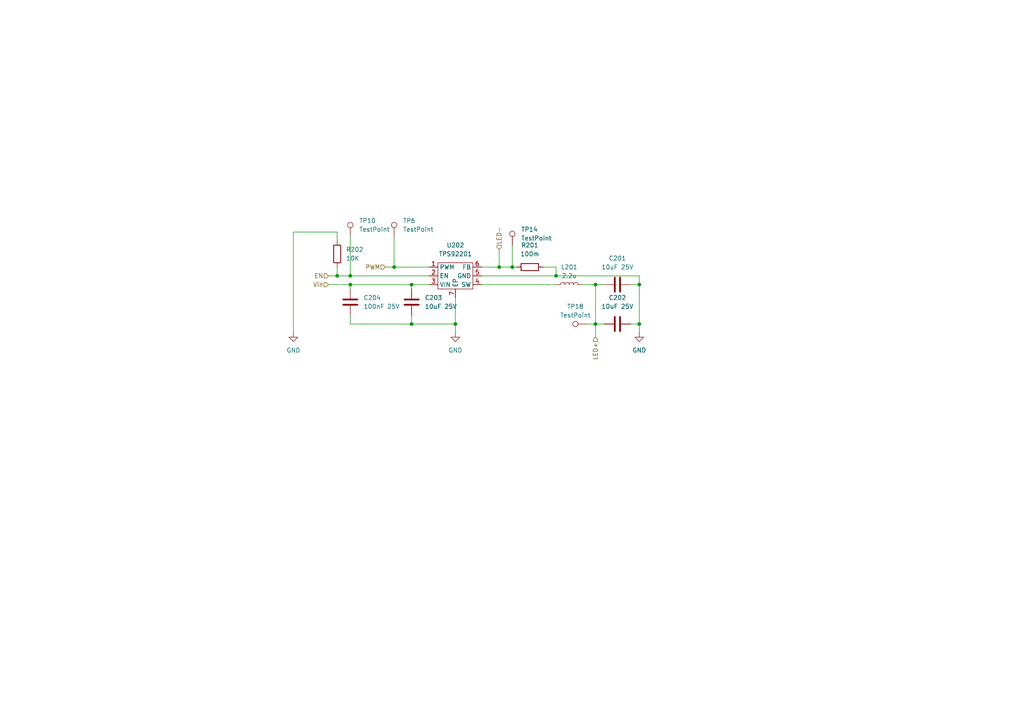
<source format=kicad_sch>
(kicad_sch (version 20250114) (generator "eeschema") (generator_version "9.0")
  (paper "A4")
  (lib_symbols
    (symbol "Connector:TestPoint" (pin_numbers (hide yes)) (pin_names (offset 0.762) (hide yes))
      (property "Reference" "TP" (at 0 6.858 0))
      (property "Value" "TestPoint" (at 0 5.08 0))
      (symbol "TestPoint_0_1"
        (circle (center 0 3.302) (radius 0.762))
      )
      (symbol "TestPoint_1_1"
        (pin passive line (at 0 0 90) (length 2.54) (name "1") (number "1"))
      )
    )
    (symbol "Device:C" (pin_numbers (hide yes)) (pin_names (offset 0.254))
      (property "Reference" "C" (at 0.635 2.54 0))
      (property "Value" "C" (at 0.635 -2.54 0))
      (symbol "C_0_1"
        (polyline (pts (xy -2.032 0.762) (xy 2.032 0.762)) (stroke (width 0.508)))
        (polyline (pts (xy -2.032 -0.762) (xy 2.032 -0.762)) (stroke (width 0.508)))
      )
      (symbol "C_1_1"
        (pin passive line (at 0 3.81 270) (length 2.794) (name "~") (number "1"))
        (pin passive line (at 0 -3.81 90) (length 2.794) (name "~") (number "2"))
      )
    )
    (symbol "Device:L" (pin_numbers (hide yes)) (pin_names (offset 1.016) (hide yes))
      (property "Reference" "L" (at -1.27 0 90))
      (property "Value" "L" (at 1.905 0 90))
      (symbol "L_0_1"
        (arc (start 0 2.54) (mid 0.6323 1.905) (end 0 1.27))
        (arc (start 0 1.27) (mid 0.6323 0.635) (end 0 0))
        (arc (start 0 0) (mid 0.6323 -0.635) (end 0 -1.27))
        (arc (start 0 -1.27) (mid 0.6323 -1.905) (end 0 -2.54))
      )
      (symbol "L_1_1"
        (pin passive line (at 0 3.81 270) (length 1.27) (name "1") (number "1"))
        (pin passive line (at 0 -3.81 90) (length 1.27) (name "2") (number "2"))
      )
    )
    (symbol "Device:R" (pin_numbers (hide yes)) (pin_names (offset 0))
      (property "Reference" "R" (at 2.032 0 90))
      (property "Value" "R" (at 0 0 90))
      (symbol "R_0_1"
        (rectangle (start -1.016 -2.54) (end 1.016 2.54) (stroke (width 0.254)))
      )
      (symbol "R_1_1"
        (pin passive line (at 0 3.81 270) (length 1.27) (name "~") (number "1"))
        (pin passive line (at 0 -3.81 90) (length 1.27) (name "~") (number "2"))
      )
    )
    (symbol "TPS92201_WSON_1"
      (property "Reference" "U" (at -0.254 5.588 0))
      (property "Value" "TPS92201" (at 0 0 0))
      (symbol "TPS92201_WSON_1_0_0"
        (pin input line (at -7.62 2.54 0) (length 2.54) (name "PWM") (number "1"))
        (pin input line (at -7.62 0 0) (length 2.54) (name "EN") (number "2"))
        (pin input line (at -7.62 -2.54 0) (length 2.54) (name "VIN") (number "3"))
        (pin power_in line (at 0 -6.35 90) (length 2.54) (name "EP") (number "7"))
        (pin input line (at 7.62 2.54 180) (length 2.54) (name "FB") (number "6"))
        (pin power_in line (at 7.62 0 180) (length 2.54) (name "GND") (number "5"))
        (pin output line (at 7.62 -2.54 180) (length 2.54) (name "SW") (number "4"))
      )
      (symbol "TPS92201_WSON_1_0_1"
        (rectangle (start -5.08 3.81) (end 5.08 -3.81))
      )
    )
    (symbol "power:GND" (power) (pin_numbers (hide yes)) (pin_names (offset 0) (hide yes))
      (property "Value" "GND" (at 0 -3.81 0))
      (symbol "GND_0_1"
        (polyline (pts (xy 0 0) (xy 0 -1.27) (xy 1.27 -1.27) (xy 0 -2.54) (xy -1.27 -1.27) (xy 0 -1.27)))
      )
      (symbol "GND_1_1"
        (pin power_in line (at 0 0 270) (length 0) (name "~") (number "1"))
      )
    )
  )
  (junction (at 185.42 93.98))
  (junction (at 132.08 93.98))
  (junction (at 101.6 80.01))
  (junction (at 144.78 77.47))
  (junction (at 97.79 80.01))
  (junction (at 172.72 93.98))
  (junction (at 119.38 82.55))
  (junction (at 161.29 80.01))
  (junction (at 185.42 82.55))
  (junction (at 148.59 77.47))
  (junction (at 119.38 93.98))
  (junction (at 101.6 82.55))
  (junction (at 172.72 82.55))
  (junction (at 114.3 77.47))
  (wire (pts (xy 101.6 68.58) (xy 101.6 80.01)))
  (wire (pts (xy 119.38 91.44) (xy 119.38 93.98)))
  (wire (pts (xy 101.6 82.55) (xy 119.38 82.55)))
  (wire (pts (xy 185.42 93.98) (xy 185.42 82.55)))
  (wire (pts (xy 185.42 80.01) (xy 185.42 82.55)))
  (wire (pts (xy 114.3 77.47) (xy 124.46 77.47)))
  (wire (pts (xy 168.91 82.55) (xy 172.72 82.55)))
  (wire (pts (xy 97.79 69.85) (xy 97.79 67.31)))
  (wire (pts (xy 97.79 80.01) (xy 101.6 80.01)))
  (wire (pts (xy 139.7 80.01) (xy 161.29 80.01)))
  (wire (pts (xy 148.59 77.47) (xy 149.86 77.47)))
  (wire (pts (xy 175.26 93.98) (xy 172.72 93.98)))
  (wire (pts (xy 119.38 82.55) (xy 124.46 82.55)))
  (wire (pts (xy 119.38 82.55) (xy 119.38 83.82)))
  (wire (pts (xy 172.72 82.55) (xy 175.26 82.55)))
  (wire (pts (xy 139.7 77.47) (xy 144.78 77.47)))
  (wire (pts (xy 114.3 68.58) (xy 114.3 77.47)))
  (wire (pts (xy 144.78 77.47) (xy 148.59 77.47)))
  (wire (pts (xy 170.18 93.98) (xy 172.72 93.98)))
  (wire (pts (xy 132.08 93.98) (xy 132.08 96.52)))
  (wire (pts (xy 182.88 93.98) (xy 185.42 93.98)))
  (wire (pts (xy 101.6 80.01) (xy 124.46 80.01)))
  (wire (pts (xy 97.79 77.47) (xy 97.79 80.01)))
  (wire (pts (xy 139.7 82.55) (xy 161.29 82.55)))
  (wire (pts (xy 161.29 77.47) (xy 161.29 80.01)))
  (wire (pts (xy 111.76 77.47) (xy 114.3 77.47)))
  (wire (pts (xy 101.6 93.98) (xy 119.38 93.98)))
  (wire (pts (xy 85.09 67.31) (xy 85.09 96.52)))
  (wire (pts (xy 132.08 86.36) (xy 132.08 93.98)))
  (wire (pts (xy 185.42 93.98) (xy 185.42 96.52)))
  (wire (pts (xy 119.38 93.98) (xy 132.08 93.98)))
  (wire (pts (xy 172.72 93.98) (xy 172.72 97.79)))
  (wire (pts (xy 144.78 72.39) (xy 144.78 77.47)))
  (wire (pts (xy 101.6 82.55) (xy 101.6 83.82)))
  (wire (pts (xy 157.48 77.47) (xy 161.29 77.47)))
  (wire (pts (xy 185.42 82.55) (xy 182.88 82.55)))
  (wire (pts (xy 101.6 91.44) (xy 101.6 93.98)))
  (wire (pts (xy 148.59 71.12) (xy 148.59 77.47)))
  (wire (pts (xy 172.72 93.98) (xy 172.72 82.55)))
  (wire (pts (xy 97.79 67.31) (xy 85.09 67.31)))
  (wire (pts (xy 161.29 80.01) (xy 185.42 80.01)))
  (wire (pts (xy 95.25 80.01) (xy 97.79 80.01)))
  (wire (pts (xy 95.25 82.55) (xy 101.6 82.55)))
  (hierarchical_label "Vin" (shape input) (at 95.25 82.55 180))
  (hierarchical_label "LED+" (shape input) (at 172.72 97.79 270))
  (hierarchical_label "EN" (shape input) (at 95.25 80.01 180))
  (hierarchical_label "PWM" (shape input) (at 111.76 77.47 180))
  (hierarchical_label "LED-" (shape input) (at 144.78 72.39 90))
  (symbol (lib_id "Device:L") (at 165.1 82.55 90) (unit 1)
    (property "Reference" "L201" (at 165.1 77.47 90))
    (property "Value" "2.2u" (at 165.1 80.01 90))
    (property "Footprint" "Inductor_SMD:L_APV_ANR4020" (effects (hide yes)))
    (property "Description" "Inductor" (effects (hide yes)))
    (property "MPN" "SMNR4020-2.2UH" (effects (hide yes)))
    (instances (project "" (path "" (reference "L201") (unit 1)) (path "" (reference "L401") (unit 1)) (path "" (reference "L501") (unit 1)) (path "" (reference "L301") (unit 1))))
  )
  (symbol (lib_name "TPS92201_WSON_1") (lib_id "customFootprints:TPS92201_WSON") (at 132.08 80.01 0) (unit 1)
    (property "Reference" "U202" (at 132.08 71.12 0))
    (property "Value" "TPS92201" (at 132.08 73.66 0))
    (property "Footprint" "Package_SON:WSON-6-1EP_2x2mm_P0.65mm_EP1x1.6mm_ThermalVias" (effects (hide yes)))
    (instances (project "" (path "" (reference "U202") (unit 1)) (path "" (reference "U402") (unit 1)) (path "" (reference "U502") (unit 1)) (path "" (reference "U302") (unit 1))))
  )
  (symbol (lib_id "Connector:TestPoint") (at 148.59 71.12 0) (unit 1)
    (property "Reference" "TP14" (at 151.13 66.5479 0) (effects (justify left)))
    (property "Value" "TestPoint" (at 151.13 69.0879 0) (effects (justify left)))
    (property "Footprint" "TestPoint:TestPoint_Pad_D1.0mm" (effects (hide yes)))
    (property "Description" "test point" (effects (hide yes)))
    (instances (project "HelixQueledPrint" (path "" (reference "TP14") (unit 1)) (path "" (reference "TP16") (unit 1)) (path "" (reference "TP17") (unit 1)) (path "" (reference "TP15") (unit 1))))
  )
  (symbol (lib_id "Device:C") (at 119.38 87.63 180) (unit 1)
    (property "Reference" "C203" (at 123.19 86.3599 0) (effects (justify right)))
    (property "Value" "10uF 25V" (at 123.19 88.8999 0) (effects (justify right)))
    (property "Footprint" "Capacitor_SMD:C_0805_2012Metric" (effects (hide yes)))
    (property "Description" "Unpolarized capacitor" (effects (hide yes)))
    (instances (project "HelixQueledPrint" (path "" (reference "C203") (unit 1)) (path "" (reference "C403") (unit 1)) (path "" (reference "C503") (unit 1)) (path "" (reference "C303") (unit 1))))
  )
  (symbol (lib_id "Device:C") (at 179.07 93.98 90) (unit 1)
    (property "Reference" "C202" (at 179.07 86.36 90))
    (property "Value" "10uF 25V" (at 179.07 88.9 90))
    (property "Footprint" "Capacitor_SMD:C_0805_2012Metric" (effects (hide yes)))
    (property "Description" "Unpolarized capacitor" (effects (hide yes)))
    (instances (project "HelixQueledPrint" (path "" (reference "C202") (unit 1)) (path "" (reference "C402") (unit 1)) (path "" (reference "C502") (unit 1)) (path "" (reference "C302") (unit 1))))
  )
  (symbol (lib_id "Device:R") (at 153.67 77.47 90) (unit 1)
    (property "Reference" "R201" (at 153.67 71.12 90))
    (property "Value" "100m" (at 153.67 73.66 90))
    (property "Footprint" "Resistor_SMD:R_0402_1005Metric" (effects (hide yes)))
    (property "Description" "Resistor" (effects (hide yes)))
    (instances (project "" (path "" (reference "R201") (unit 1)) (path "" (reference "R401") (unit 1)) (path "" (reference "R501") (unit 1)) (path "" (reference "R301") (unit 1))))
  )
  (symbol (lib_id "Connector:TestPoint") (at 114.3 68.58 0) (unit 1)
    (property "Reference" "TP6" (at 116.84 64.0079 0) (effects (justify left)))
    (property "Value" "TestPoint" (at 116.84 66.5479 0) (effects (justify left)))
    (property "Footprint" "TestPoint:TestPoint_Pad_D1.0mm" (effects (hide yes)))
    (property "Description" "test point" (effects (hide yes)))
    (instances (project "" (path "" (reference "TP6") (unit 1)) (path "" (reference "TP8") (unit 1)) (path "" (reference "TP9") (unit 1)) (path "" (reference "TP7") (unit 1))))
  )
  (symbol (lib_id "Device:C") (at 179.07 82.55 90) (unit 1)
    (property "Reference" "C201" (at 179.07 74.93 90))
    (property "Value" "10uF 25V" (at 179.07 77.47 90))
    (property "Footprint" "Capacitor_SMD:C_0805_2012Metric" (effects (hide yes)))
    (property "Description" "Unpolarized capacitor" (effects (hide yes)))
    (instances (project "" (path "" (reference "C201") (unit 1)) (path "" (reference "C401") (unit 1)) (path "" (reference "C501") (unit 1)) (path "" (reference "C301") (unit 1))))
  )
  (symbol (lib_id "Device:R") (at 97.79 73.66 180) (unit 1)
    (property "Reference" "R202" (at 100.33 72.3899 0) (effects (justify right)))
    (property "Value" "10K" (at 100.33 74.9299 0) (effects (justify right)))
    (property "Footprint" "Resistor_SMD:R_0402_1005Metric" (effects (hide yes)))
    (property "Description" "Resistor" (effects (hide yes)))
    (instances (project "HelixQueledPrint" (path "" (reference "R202") (unit 1)) (path "" (reference "R402") (unit 1)) (path "" (reference "R502") (unit 1)) (path "" (reference "R302") (unit 1))))
  )
  (symbol (lib_id "power:GND") (at 85.09 96.52 0) (unit 1)
    (property "Reference" "#PWR0203" (effects (hide yes)))
    (property "Value" "GND" (at 85.09 101.6 0))
    (property "Description" "Power symbol creates a global label with name \"GND\" , ground" (effects (hide yes)))
    (instances (project "HelixQueledPrint" (path "" (reference "#PWR0203") (unit 1)) (path "" (reference "#PWR0403") (unit 1)) (path "" (reference "#PWR0503") (unit 1)) (path "" (reference "#PWR0303") (unit 1))))
  )
  (symbol (lib_id "power:GND") (at 132.08 96.52 0) (unit 1)
    (property "Reference" "#PWR0202" (effects (hide yes)))
    (property "Value" "GND" (at 132.08 101.6 0))
    (property "Description" "Power symbol creates a global label with name \"GND\" , ground" (effects (hide yes)))
    (instances (project "HelixQueledPrint" (path "" (reference "#PWR0202") (unit 1)) (path "" (reference "#PWR0402") (unit 1)) (path "" (reference "#PWR0502") (unit 1)) (path "" (reference "#PWR0302") (unit 1))))
  )
  (symbol (lib_id "Connector:TestPoint") (at 101.6 68.58 0) (unit 1)
    (property "Reference" "TP10" (at 104.14 64.0079 0) (effects (justify left)))
    (property "Value" "TestPoint" (at 104.14 66.5479 0) (effects (justify left)))
    (property "Footprint" "TestPoint:TestPoint_Pad_D1.0mm" (effects (hide yes)))
    (property "Description" "test point" (effects (hide yes)))
    (instances (project "HelixQueledPrint" (path "" (reference "TP10") (unit 1)) (path "" (reference "TP12") (unit 1)) (path "" (reference "TP13") (unit 1)) (path "" (reference "TP11") (unit 1))))
  )
  (symbol (lib_id "Device:C") (at 101.6 87.63 180) (unit 1)
    (property "Reference" "C204" (at 105.41 86.3599 0) (effects (justify right)))
    (property "Value" "100nF 25V" (at 105.41 88.8999 0) (effects (justify right)))
    (property "Footprint" "Capacitor_SMD:C_0402_1005Metric" (effects (hide yes)))
    (property "Description" "Unpolarized capacitor" (effects (hide yes)))
    (instances (project "HelixQueledPrint" (path "" (reference "C204") (unit 1)) (path "" (reference "C404") (unit 1)) (path "" (reference "C504") (unit 1)) (path "" (reference "C304") (unit 1))))
  )
  (symbol (lib_id "Connector:TestPoint") (at 170.18 93.98 90) (unit 1)
    (property "Reference" "TP18" (at 166.878 88.9 90))
    (property "Value" "TestPoint" (at 166.878 91.44 90))
    (property "Footprint" "TestPoint:TestPoint_Pad_D1.0mm" (effects (hide yes)))
    (property "Description" "test point" (effects (hide yes)))
    (instances (project "HelixQueledPrint" (path "" (reference "TP18") (unit 1)) (path "" (reference "TP20") (unit 1)) (path "" (reference "TP21") (unit 1)) (path "" (reference "TP19") (unit 1))))
  )
  (symbol (lib_id "power:GND") (at 185.42 96.52 0) (unit 1)
    (property "Reference" "#PWR0201" (effects (hide yes)))
    (property "Value" "GND" (at 185.42 101.6 0))
    (property "Description" "Power symbol creates a global label with name \"GND\" , ground" (effects (hide yes)))
    (instances (project "" (path "" (reference "#PWR0201") (unit 1)) (path "" (reference "#PWR0401") (unit 1)) (path "" (reference "#PWR0501") (unit 1)) (path "" (reference "#PWR0301") (unit 1))))
  )
)
</source>
